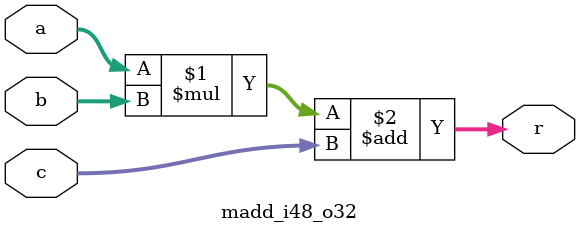
<source format=v>
module madd_i48_o32 (a, b, c, r);
input [15:0] a, b, c;
output [31:0] r;


assign r = (a * b) + c;

endmodule  

</source>
